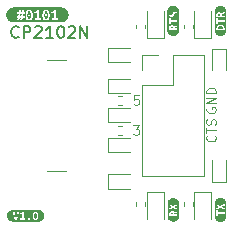
<source format=gbr>
%TF.GenerationSoftware,KiCad,Pcbnew,6.0.7+dfsg-1~bpo11+1*%
%TF.CreationDate,2022-10-03T02:59:32+00:00*%
%TF.ProjectId,0101-SERIAL-CP2102N,30313031-2d53-4455-9249-414c2d435032,V1.0*%
%TF.SameCoordinates,Original*%
%TF.FileFunction,Legend,Top*%
%TF.FilePolarity,Positive*%
%FSLAX46Y46*%
G04 Gerber Fmt 4.6, Leading zero omitted, Abs format (unit mm)*
G04 Created by KiCad (PCBNEW 6.0.7+dfsg-1~bpo11+1) date 2022-10-03 02:59:32*
%MOMM*%
%LPD*%
G01*
G04 APERTURE LIST*
%ADD10C,0.120000*%
%ADD11C,0.150000*%
G04 APERTURE END LIST*
D10*
X18335714Y8081905D02*
X18373809Y8043810D01*
X18411904Y7929524D01*
X18411904Y7853334D01*
X18373809Y7739048D01*
X18297619Y7662858D01*
X18221428Y7624762D01*
X18069047Y7586667D01*
X17954761Y7586667D01*
X17802380Y7624762D01*
X17726190Y7662858D01*
X17650000Y7739048D01*
X17611904Y7853334D01*
X17611904Y7929524D01*
X17650000Y8043810D01*
X17688095Y8081905D01*
X17611904Y8310477D02*
X17611904Y8767620D01*
X18411904Y8539048D02*
X17611904Y8539048D01*
X18373809Y8996191D02*
X18411904Y9110477D01*
X18411904Y9300953D01*
X18373809Y9377143D01*
X18335714Y9415239D01*
X18259523Y9453334D01*
X18183333Y9453334D01*
X18107142Y9415239D01*
X18069047Y9377143D01*
X18030952Y9300953D01*
X17992857Y9148572D01*
X17954761Y9072381D01*
X17916666Y9034286D01*
X17840476Y8996191D01*
X17764285Y8996191D01*
X17688095Y9034286D01*
X17650000Y9072381D01*
X17611904Y9148572D01*
X17611904Y9339048D01*
X17650000Y9453334D01*
D11*
X1707023Y16442858D02*
X1659404Y16395239D01*
X1516547Y16347620D01*
X1421309Y16347620D01*
X1278452Y16395239D01*
X1183214Y16490477D01*
X1135595Y16585715D01*
X1087976Y16776191D01*
X1087976Y16919048D01*
X1135595Y17109524D01*
X1183214Y17204762D01*
X1278452Y17300000D01*
X1421309Y17347620D01*
X1516547Y17347620D01*
X1659404Y17300000D01*
X1707023Y17252381D01*
X2135595Y16347620D02*
X2135595Y17347620D01*
X2516547Y17347620D01*
X2611785Y17300000D01*
X2659404Y17252381D01*
X2707023Y17157143D01*
X2707023Y17014286D01*
X2659404Y16919048D01*
X2611785Y16871429D01*
X2516547Y16823810D01*
X2135595Y16823810D01*
X3087976Y17252381D02*
X3135595Y17300000D01*
X3230833Y17347620D01*
X3468928Y17347620D01*
X3564166Y17300000D01*
X3611785Y17252381D01*
X3659404Y17157143D01*
X3659404Y17061905D01*
X3611785Y16919048D01*
X3040357Y16347620D01*
X3659404Y16347620D01*
X4611785Y16347620D02*
X4040357Y16347620D01*
X4326071Y16347620D02*
X4326071Y17347620D01*
X4230833Y17204762D01*
X4135595Y17109524D01*
X4040357Y17061905D01*
X5230833Y17347620D02*
X5326071Y17347620D01*
X5421309Y17300000D01*
X5468928Y17252381D01*
X5516547Y17157143D01*
X5564166Y16966667D01*
X5564166Y16728572D01*
X5516547Y16538096D01*
X5468928Y16442858D01*
X5421309Y16395239D01*
X5326071Y16347620D01*
X5230833Y16347620D01*
X5135595Y16395239D01*
X5087976Y16442858D01*
X5040357Y16538096D01*
X4992738Y16728572D01*
X4992738Y16966667D01*
X5040357Y17157143D01*
X5087976Y17252381D01*
X5135595Y17300000D01*
X5230833Y17347620D01*
X5945119Y17252381D02*
X5992738Y17300000D01*
X6087976Y17347620D01*
X6326071Y17347620D01*
X6421309Y17300000D01*
X6468928Y17252381D01*
X6516547Y17157143D01*
X6516547Y17061905D01*
X6468928Y16919048D01*
X5897500Y16347620D01*
X6516547Y16347620D01*
X6945119Y16347620D02*
X6945119Y17347620D01*
X7516547Y16347620D01*
X7516547Y17347620D01*
D10*
X11881523Y11498096D02*
X11500571Y11498096D01*
X11462476Y11117143D01*
X11500571Y11155239D01*
X11576761Y11193334D01*
X11767238Y11193334D01*
X11843428Y11155239D01*
X11881523Y11117143D01*
X11919619Y11040953D01*
X11919619Y10850477D01*
X11881523Y10774286D01*
X11843428Y10736191D01*
X11767238Y10698096D01*
X11576761Y10698096D01*
X11500571Y10736191D01*
X11462476Y10774286D01*
X17650000Y10450477D02*
X17611904Y10374286D01*
X17611904Y10260000D01*
X17650000Y10145715D01*
X17726190Y10069524D01*
X17802380Y10031429D01*
X17954761Y9993334D01*
X18069047Y9993334D01*
X18221428Y10031429D01*
X18297619Y10069524D01*
X18373809Y10145715D01*
X18411904Y10260000D01*
X18411904Y10336191D01*
X18373809Y10450477D01*
X18335714Y10488572D01*
X18069047Y10488572D01*
X18069047Y10336191D01*
X18411904Y10831429D02*
X17611904Y10831429D01*
X18411904Y11288572D01*
X17611904Y11288572D01*
X18411904Y11669524D02*
X17611904Y11669524D01*
X17611904Y11860000D01*
X17650000Y11974286D01*
X17726190Y12050477D01*
X17802380Y12088572D01*
X17954761Y12126667D01*
X18069047Y12126667D01*
X18221428Y12088572D01*
X18297619Y12050477D01*
X18373809Y11974286D01*
X18411904Y11860000D01*
X18411904Y11669524D01*
X11424380Y8958096D02*
X11919619Y8958096D01*
X11652952Y8653334D01*
X11767238Y8653334D01*
X11843428Y8615239D01*
X11881523Y8577143D01*
X11919619Y8500953D01*
X11919619Y8310477D01*
X11881523Y8234286D01*
X11843428Y8196191D01*
X11767238Y8158096D01*
X11538666Y8158096D01*
X11462476Y8196191D01*
X11424380Y8234286D01*
%TO.C,kibuzzard-63395349*%
G36*
X14753883Y1548302D02*
G01*
X14774302Y1507463D01*
X14781109Y1447178D01*
X14781109Y1417174D01*
X14574416Y1417174D01*
X14571638Y1439399D01*
X14571083Y1458291D01*
X14577472Y1507463D01*
X14596641Y1546079D01*
X14629423Y1571083D01*
X14676651Y1579417D01*
X14753883Y1548302D01*
G37*
G36*
X15284384Y1232690D02*
G01*
X15277375Y1185442D01*
X15265769Y1139108D01*
X15249678Y1094135D01*
X15229255Y1050956D01*
X15204699Y1009987D01*
X15176245Y971621D01*
X15144168Y936230D01*
X15108777Y904153D01*
X15070411Y875699D01*
X15029442Y851143D01*
X14986263Y830720D01*
X14941290Y814629D01*
X14894956Y803023D01*
X14847708Y796014D01*
X14800000Y793671D01*
X14752292Y796014D01*
X14705044Y803023D01*
X14658710Y814629D01*
X14613737Y830720D01*
X14570558Y851143D01*
X14529589Y875699D01*
X14491223Y904153D01*
X14455832Y936230D01*
X14423755Y971621D01*
X14395301Y1009987D01*
X14370745Y1050956D01*
X14350322Y1094135D01*
X14334231Y1139108D01*
X14322625Y1185442D01*
X14315616Y1232690D01*
X14313272Y1280398D01*
X14313272Y1458291D01*
X14452179Y1458291D01*
X14453290Y1419397D01*
X14456068Y1372724D01*
X14461624Y1324385D01*
X14469959Y1280491D01*
X15147821Y1280491D01*
X15147821Y1417174D01*
X14894456Y1417174D01*
X14894456Y1488294D01*
X14957381Y1525938D01*
X15019472Y1561081D01*
X15082396Y1592891D01*
X15147821Y1620533D01*
X15147821Y1763884D01*
X15075034Y1732214D01*
X14998358Y1693876D01*
X14925016Y1652759D01*
X14861119Y1612754D01*
X14829726Y1661372D01*
X14786665Y1693876D01*
X14734992Y1712211D01*
X14677762Y1718323D01*
X14623728Y1713739D01*
X14577194Y1699988D01*
X14506630Y1647203D01*
X14482460Y1609421D01*
X14465514Y1564971D01*
X14455512Y1514409D01*
X14452179Y1458291D01*
X14313272Y1458291D01*
X14313272Y1799444D01*
X14459958Y1799444D01*
X14784443Y1979467D01*
X14833199Y1952241D01*
X14883899Y1923904D01*
X14934878Y1895706D01*
X14984468Y1868898D01*
X15031696Y1843894D01*
X15075590Y1821114D01*
X15147821Y1788332D01*
X15147821Y1936128D01*
X15087675Y1961687D01*
X15020583Y1991691D01*
X14951269Y2023917D01*
X14884455Y2056143D01*
X14953353Y2088786D01*
X15022250Y2120040D01*
X15088092Y2148238D01*
X15147821Y2171713D01*
X15147821Y2319509D01*
X15075034Y2289506D01*
X15030584Y2269086D01*
X14982801Y2245611D01*
X14932655Y2219636D01*
X14881121Y2191716D01*
X14830004Y2162545D01*
X14781109Y2132819D01*
X14459958Y2308397D01*
X14459958Y2170602D01*
X14679985Y2056143D01*
X14459958Y1947241D01*
X14459958Y1799444D01*
X14313272Y1799444D01*
X14313272Y2319602D01*
X14313273Y2319602D01*
X14315616Y2367310D01*
X14322625Y2414558D01*
X14334231Y2460892D01*
X14350322Y2505865D01*
X14370745Y2549044D01*
X14395301Y2590013D01*
X14423755Y2628379D01*
X14455832Y2663770D01*
X14491223Y2695847D01*
X14529589Y2724301D01*
X14570558Y2748857D01*
X14613737Y2769280D01*
X14658710Y2785371D01*
X14705044Y2796977D01*
X14752292Y2803986D01*
X14800000Y2806329D01*
X14847708Y2803986D01*
X14894956Y2796977D01*
X14941290Y2785371D01*
X14986263Y2769280D01*
X15029442Y2748857D01*
X15070411Y2724301D01*
X15108777Y2695847D01*
X15144168Y2663770D01*
X15176245Y2628379D01*
X15204699Y2590013D01*
X15229255Y2549044D01*
X15249678Y2505865D01*
X15265769Y2460892D01*
X15277375Y2414558D01*
X15284384Y2367310D01*
X15286727Y2319602D01*
X15286728Y2319602D01*
X15286728Y1280398D01*
X15284384Y1232690D01*
G37*
%TO.C,D1*%
X18035000Y3285000D02*
X16565000Y3285000D01*
X16565000Y3285000D02*
X16565000Y1000000D01*
X18035000Y1000000D02*
X18035000Y3285000D01*
%TO.C,R15*%
X15670000Y17156359D02*
X15670000Y17463641D01*
X16430000Y17156359D02*
X16430000Y17463641D01*
%TO.C,D6*%
X11100000Y9200000D02*
X9250000Y9200000D01*
X11100000Y10400000D02*
X9250000Y10400000D01*
X9250000Y10400000D02*
X9250000Y9200000D01*
%TO.C,J1*%
X5700000Y5100000D02*
X4100000Y5100000D01*
X5700000Y14500000D02*
X4100000Y14500000D01*
%TO.C,R4*%
X10156359Y10670000D02*
X10463641Y10670000D01*
X10156359Y11430000D02*
X10463641Y11430000D01*
%TO.C,D8*%
X11100000Y4800000D02*
X9250000Y4800000D01*
X9250000Y4800000D02*
X9250000Y3600000D01*
X11100000Y3600000D02*
X9250000Y3600000D01*
%TO.C,D3*%
X12565000Y18600000D02*
X12565000Y16315000D01*
X12565000Y16315000D02*
X14035000Y16315000D01*
X14035000Y16315000D02*
X14035000Y18600000D01*
%TO.C,R5*%
X10156359Y8930000D02*
X10463641Y8930000D01*
X10156359Y8170000D02*
X10463641Y8170000D01*
%TO.C,kibuzzard-6339534D*%
G36*
X19280513Y1216958D02*
G01*
X19273561Y1170088D01*
X19262047Y1124124D01*
X19246084Y1079511D01*
X19225825Y1036677D01*
X19201465Y996034D01*
X19173239Y957976D01*
X19141418Y922867D01*
X19106309Y891046D01*
X19068250Y862820D01*
X19027608Y838460D01*
X18984774Y818201D01*
X18940161Y802238D01*
X18894197Y790724D01*
X18847326Y783772D01*
X18800000Y781447D01*
X18752674Y783772D01*
X18705803Y790724D01*
X18659839Y802238D01*
X18615226Y818201D01*
X18572392Y838460D01*
X18531750Y862820D01*
X18493691Y891046D01*
X18458582Y922867D01*
X18426761Y957976D01*
X18398535Y996034D01*
X18374175Y1036677D01*
X18353916Y1079511D01*
X18337953Y1124124D01*
X18326439Y1170088D01*
X18319487Y1216958D01*
X18317162Y1264285D01*
X18317162Y1264378D01*
X18456068Y1264378D01*
X18569416Y1264378D01*
X18569416Y1445511D01*
X19143932Y1445511D01*
X19143932Y1583306D01*
X18569416Y1583306D01*
X18569416Y1764440D01*
X18456068Y1764440D01*
X18456068Y1264378D01*
X18317162Y1264378D01*
X18317162Y1815558D01*
X18456068Y1815558D01*
X18780553Y1995580D01*
X18829309Y1968354D01*
X18880010Y1940018D01*
X18930989Y1911820D01*
X18980578Y1885011D01*
X19027806Y1860008D01*
X19071701Y1837227D01*
X19143932Y1804445D01*
X19143932Y1952241D01*
X19083785Y1977800D01*
X19016694Y2007804D01*
X18947380Y2040030D01*
X18880566Y2072256D01*
X18949463Y2104899D01*
X19018361Y2136153D01*
X19084202Y2164351D01*
X19143932Y2187826D01*
X19143932Y2335623D01*
X19071145Y2305619D01*
X19026695Y2285200D01*
X18978911Y2261724D01*
X18928766Y2235749D01*
X18877232Y2207829D01*
X18826114Y2178658D01*
X18777219Y2148933D01*
X18456068Y2324510D01*
X18456068Y2186715D01*
X18676096Y2072256D01*
X18456068Y1963354D01*
X18456068Y1815558D01*
X18317162Y1815558D01*
X18317162Y2335715D01*
X18319487Y2383042D01*
X18326439Y2429912D01*
X18337953Y2475876D01*
X18353916Y2520489D01*
X18374175Y2563323D01*
X18398535Y2603966D01*
X18426761Y2642024D01*
X18458582Y2677133D01*
X18493691Y2708954D01*
X18531750Y2737180D01*
X18572392Y2761540D01*
X18615226Y2781799D01*
X18659839Y2797762D01*
X18705803Y2809276D01*
X18752674Y2816228D01*
X18800000Y2818553D01*
X18847326Y2816228D01*
X18894197Y2809276D01*
X18940161Y2797762D01*
X18984774Y2781799D01*
X19027608Y2761540D01*
X19068250Y2737180D01*
X19106309Y2708954D01*
X19141418Y2677133D01*
X19173239Y2642024D01*
X19201465Y2603966D01*
X19225825Y2563323D01*
X19246084Y2520489D01*
X19262047Y2475876D01*
X19273561Y2429912D01*
X19280513Y2383042D01*
X19282838Y2335715D01*
X19282838Y1264285D01*
X19280513Y1216958D01*
G37*
%TO.C,J2*%
X17395000Y14930000D02*
X17395000Y4650000D01*
X12195000Y14930000D02*
X13525000Y14930000D01*
X12195000Y4650000D02*
X17395000Y4650000D01*
X12195000Y13600000D02*
X12195000Y14930000D01*
X12195000Y12330000D02*
X12195000Y4650000D01*
X14795000Y14930000D02*
X17395000Y14930000D01*
X12195000Y12330000D02*
X14795000Y12330000D01*
X14795000Y12330000D02*
X14795000Y14930000D01*
%TO.C,D4*%
X16565000Y18600000D02*
X16565000Y16315000D01*
X18035000Y16315000D02*
X18035000Y18600000D01*
X16565000Y16315000D02*
X18035000Y16315000D01*
%TO.C,R12*%
X16430000Y2443641D02*
X16430000Y2136359D01*
X15670000Y2443641D02*
X15670000Y2136359D01*
%TO.C,D5*%
X11100000Y12900000D02*
X9250000Y12900000D01*
X9250000Y12900000D02*
X9250000Y11700000D01*
X11100000Y11700000D02*
X9250000Y11700000D01*
%TO.C,kibuzzard-63353A37*%
G36*
X19288807Y16954442D02*
G01*
X19281735Y16906763D01*
X19270023Y16860006D01*
X19253784Y16814622D01*
X19233175Y16771048D01*
X19208395Y16729705D01*
X19179681Y16690989D01*
X19147311Y16655274D01*
X19111597Y16622904D01*
X19072881Y16594191D01*
X19031537Y16569410D01*
X18987964Y16548801D01*
X18942580Y16532563D01*
X18895823Y16520851D01*
X18848143Y16513778D01*
X18800000Y16511413D01*
X18751857Y16513778D01*
X18704177Y16520851D01*
X18657420Y16532563D01*
X18612036Y16548801D01*
X18568463Y16569410D01*
X18527119Y16594191D01*
X18488403Y16622904D01*
X18452689Y16655274D01*
X18420319Y16690989D01*
X18391605Y16729705D01*
X18366825Y16771048D01*
X18346216Y16814622D01*
X18329977Y16860006D01*
X18318265Y16906763D01*
X18311193Y16954442D01*
X18308827Y17002586D01*
X18308827Y17167143D01*
X18447734Y17167143D01*
X18451067Y17090467D01*
X18464402Y17002678D01*
X19135598Y17002678D01*
X19148377Y17077688D01*
X19152266Y17149363D01*
X19147405Y17216455D01*
X19132819Y17277713D01*
X19107677Y17332025D01*
X19071145Y17378281D01*
X19022667Y17415924D01*
X18961687Y17444400D01*
X18887372Y17462319D01*
X18798889Y17468292D01*
X18712350Y17462875D01*
X18639424Y17446623D01*
X18579139Y17420647D01*
X18530522Y17386059D01*
X18493434Y17342860D01*
X18467736Y17291048D01*
X18452734Y17232012D01*
X18447734Y17167143D01*
X18308827Y17167143D01*
X18308827Y17526077D01*
X18455512Y17526077D01*
X18568860Y17526077D01*
X18568860Y17707211D01*
X19143376Y17707211D01*
X19143376Y17845006D01*
X18568860Y17845006D01*
X18568860Y18026139D01*
X18455512Y18026139D01*
X18455512Y17526077D01*
X18308827Y17526077D01*
X18308827Y18291728D01*
X18447734Y18291728D01*
X18448845Y18252834D01*
X18451623Y18206162D01*
X18457179Y18157823D01*
X18465514Y18113928D01*
X19143376Y18113928D01*
X19143376Y18250612D01*
X18890011Y18250612D01*
X18890011Y18321732D01*
X18952936Y18359375D01*
X19015027Y18394519D01*
X19077951Y18426328D01*
X19143376Y18453971D01*
X19143376Y18597322D01*
X19070589Y18565651D01*
X18993913Y18527313D01*
X18920571Y18486197D01*
X18856674Y18446192D01*
X18825281Y18494809D01*
X18782220Y18527313D01*
X18730547Y18545649D01*
X18673317Y18551761D01*
X18619283Y18547177D01*
X18572749Y18533425D01*
X18502185Y18480641D01*
X18478015Y18442858D01*
X18461069Y18398408D01*
X18451067Y18347846D01*
X18447734Y18291728D01*
X18308827Y18291728D01*
X18308827Y18597414D01*
X18308828Y18597414D01*
X18311193Y18645558D01*
X18318265Y18693237D01*
X18329977Y18739994D01*
X18346216Y18785378D01*
X18366825Y18828952D01*
X18391605Y18870295D01*
X18420319Y18909011D01*
X18452689Y18944726D01*
X18488403Y18977096D01*
X18527119Y19005809D01*
X18568463Y19030590D01*
X18612036Y19051199D01*
X18657420Y19067437D01*
X18704177Y19079149D01*
X18751857Y19086222D01*
X18800000Y19088587D01*
X18848143Y19086222D01*
X18895823Y19079149D01*
X18942580Y19067437D01*
X18987964Y19051199D01*
X19031537Y19030590D01*
X19072881Y19005809D01*
X19111597Y18977096D01*
X19147311Y18944726D01*
X19179681Y18909011D01*
X19208395Y18870295D01*
X19233175Y18828952D01*
X19253784Y18785378D01*
X19270023Y18739994D01*
X19281735Y18693237D01*
X19288807Y18645558D01*
X19291172Y18597414D01*
X19291173Y18597414D01*
X19291173Y17002586D01*
X19288807Y16954442D01*
G37*
G36*
X18749438Y18381739D02*
G01*
X18769857Y18340901D01*
X18776664Y18280616D01*
X18776664Y18250612D01*
X18569971Y18250612D01*
X18567193Y18272837D01*
X18566638Y18291728D01*
X18573027Y18340901D01*
X18592196Y18379517D01*
X18624978Y18404520D01*
X18672206Y18412854D01*
X18749438Y18381739D01*
G37*
G36*
X18847923Y17327302D02*
G01*
X18892789Y17321051D01*
X18966688Y17293270D01*
X19015582Y17242153D01*
X19033362Y17163809D01*
X19033362Y17151586D01*
X19032251Y17139362D01*
X18569971Y17139362D01*
X18567193Y17159364D01*
X18566638Y17179367D01*
X18586084Y17253821D01*
X18637758Y17299382D01*
X18712211Y17322718D01*
X18798889Y17329386D01*
X18847923Y17327302D01*
G37*
%TO.C,D10*%
X19250000Y15450000D02*
X18050000Y15450000D01*
X18050000Y13600000D02*
X18050000Y15450000D01*
X19250000Y13600000D02*
X19250000Y15450000D01*
%TO.C,D2*%
X12565000Y3285000D02*
X12565000Y1000000D01*
X14035000Y3285000D02*
X12565000Y3285000D01*
X14035000Y1000000D02*
X14035000Y3285000D01*
%TO.C,R13*%
X12430000Y2443641D02*
X12430000Y2136359D01*
X11670000Y2443641D02*
X11670000Y2136359D01*
%TO.C,D11*%
X11100000Y6700000D02*
X9250000Y6700000D01*
X9250000Y7900000D02*
X9250000Y6700000D01*
X11100000Y7900000D02*
X9250000Y7900000D01*
%TO.C,D9*%
X11100000Y14300000D02*
X9250000Y14300000D01*
X11100000Y15500000D02*
X9250000Y15500000D01*
X9250000Y15500000D02*
X9250000Y14300000D01*
%TO.C,D7*%
X19250000Y6000000D02*
X19250000Y4150000D01*
X18050000Y4150000D02*
X19250000Y4150000D01*
X18050000Y6000000D02*
X18050000Y4150000D01*
%TO.C,R14*%
X11670000Y17156359D02*
X11670000Y17463641D01*
X12430000Y17156359D02*
X12430000Y17463641D01*
%TO.C,kibuzzard-63351A9D*%
G36*
X3145661Y1058859D02*
G01*
X3096488Y1074277D01*
X3060095Y1120533D01*
X3043426Y1168008D01*
X3033425Y1228201D01*
X3030091Y1301111D01*
X3030604Y1312224D01*
X3084543Y1312224D01*
X3101211Y1260551D01*
X3146773Y1238881D01*
X3190667Y1260551D01*
X3207891Y1312224D01*
X3190667Y1364452D01*
X3146773Y1386677D01*
X3101211Y1364452D01*
X3084543Y1312224D01*
X3030604Y1312224D01*
X3033425Y1373404D01*
X3043426Y1433227D01*
X3060095Y1480578D01*
X3096488Y1526834D01*
X3145661Y1542252D01*
X3195529Y1526834D01*
X3231783Y1480578D01*
X3248143Y1433227D01*
X3257959Y1373404D01*
X3261231Y1301111D01*
X3257959Y1228201D01*
X3248143Y1168008D01*
X3231783Y1120533D01*
X3195529Y1074277D01*
X3146773Y1059202D01*
X3145661Y1058859D01*
G37*
G36*
X1166531Y804557D02*
G01*
X1118204Y811726D01*
X1070812Y823597D01*
X1024812Y840056D01*
X980647Y860944D01*
X938742Y886061D01*
X899501Y915164D01*
X863301Y947974D01*
X830492Y984174D01*
X801389Y1023415D01*
X776272Y1065320D01*
X755383Y1109485D01*
X738924Y1155485D01*
X727053Y1202876D01*
X719885Y1251203D01*
X717487Y1300000D01*
X719885Y1348797D01*
X727053Y1397124D01*
X738924Y1444515D01*
X755383Y1490515D01*
X776272Y1534680D01*
X801389Y1576585D01*
X830492Y1615826D01*
X855461Y1643376D01*
X1215420Y1643376D01*
X1228199Y1581146D01*
X1246535Y1503359D01*
X1261228Y1445142D01*
X1277156Y1384578D01*
X1294319Y1321669D01*
X1312469Y1257526D01*
X1331360Y1193258D01*
X1350993Y1128867D01*
X1380163Y1037189D01*
X1407666Y955512D01*
X1548795Y955512D01*
X1570032Y1014717D01*
X1590776Y1075281D01*
X1611025Y1137202D01*
X1630472Y1199432D01*
X1648808Y1260921D01*
X1666032Y1321669D01*
X1689646Y1410153D01*
X1710482Y1494469D01*
X1711753Y1500025D01*
X1809939Y1500025D01*
X1854389Y1386677D01*
X1922175Y1413903D01*
X1993295Y1453352D01*
X1993295Y1068860D01*
X1848833Y1068860D01*
X1848833Y955512D01*
X2266663Y955512D01*
X2266663Y1043301D01*
X2491135Y1043301D01*
X2499469Y1000518D01*
X2521694Y969403D01*
X2553365Y949956D01*
X2591148Y943289D01*
X2660045Y968847D01*
X2690049Y1043301D01*
X2660045Y1115532D01*
X2591148Y1141091D01*
X2553365Y1134424D01*
X2521694Y1115532D01*
X2499469Y1084973D01*
X2491135Y1043301D01*
X2266663Y1043301D01*
X2266663Y1068860D01*
X2129979Y1068860D01*
X2129979Y1301111D01*
X2906743Y1301111D01*
X2910562Y1215823D01*
X2922022Y1142202D01*
X2941122Y1080250D01*
X2967861Y1029966D01*
X3014781Y980577D01*
X3074047Y950944D01*
X3145661Y941066D01*
X3217275Y950944D01*
X3276542Y980577D01*
X3323461Y1029966D01*
X3350201Y1080250D01*
X3369300Y1142202D01*
X3380760Y1215823D01*
X3384580Y1301111D01*
X3380760Y1385879D01*
X3369300Y1459048D01*
X3350201Y1520618D01*
X3323461Y1570589D01*
X3276542Y1619670D01*
X3217275Y1649118D01*
X3145661Y1658934D01*
X3075159Y1649056D01*
X3016262Y1619423D01*
X2968973Y1570034D01*
X2941747Y1519889D01*
X2922300Y1458353D01*
X2910632Y1385427D01*
X2906743Y1301111D01*
X2129979Y1301111D01*
X2129979Y1643376D01*
X2036634Y1643376D01*
X1988850Y1600037D01*
X1929954Y1560033D01*
X1867724Y1525584D01*
X1809939Y1500025D01*
X1711753Y1500025D01*
X1728401Y1572812D01*
X1743264Y1643376D01*
X1599913Y1643376D01*
X1589911Y1585591D01*
X1577688Y1518916D01*
X1563797Y1446824D01*
X1548795Y1372787D01*
X1532682Y1298333D01*
X1515458Y1224991D01*
X1497678Y1156232D01*
X1479898Y1095530D01*
X1461979Y1157065D01*
X1443782Y1226102D01*
X1426002Y1299444D01*
X1409333Y1373898D01*
X1393915Y1447796D01*
X1379885Y1519472D01*
X1368217Y1585730D01*
X1359883Y1643376D01*
X1215420Y1643376D01*
X855461Y1643376D01*
X863301Y1652026D01*
X899501Y1684836D01*
X938742Y1713939D01*
X980647Y1739056D01*
X1024812Y1759944D01*
X1070812Y1776403D01*
X1118204Y1788274D01*
X1166531Y1795443D01*
X1215327Y1797840D01*
X3384673Y1797840D01*
X3433469Y1795443D01*
X3481796Y1788274D01*
X3529188Y1776403D01*
X3575188Y1759944D01*
X3619353Y1739056D01*
X3661258Y1713939D01*
X3700499Y1684836D01*
X3736699Y1652026D01*
X3769508Y1615826D01*
X3798611Y1576585D01*
X3823728Y1534680D01*
X3844617Y1490515D01*
X3861076Y1444515D01*
X3872947Y1397124D01*
X3880115Y1348797D01*
X3882513Y1300000D01*
X3880115Y1251203D01*
X3872947Y1202876D01*
X3861076Y1155485D01*
X3844617Y1109485D01*
X3823728Y1065320D01*
X3798611Y1023415D01*
X3769508Y984174D01*
X3736699Y947974D01*
X3700499Y915164D01*
X3661258Y886061D01*
X3619353Y860944D01*
X3575188Y840056D01*
X3529188Y823597D01*
X3481796Y811726D01*
X3433469Y804557D01*
X3384673Y802160D01*
X1215327Y802160D01*
X1166531Y804557D01*
G37*
%TO.C,kibuzzard-63353A29*%
G36*
X15295443Y16969902D02*
G01*
X15288274Y16921575D01*
X15276403Y16874183D01*
X15259944Y16828184D01*
X15239056Y16784019D01*
X15213939Y16742114D01*
X15184836Y16702872D01*
X15152026Y16666673D01*
X15115826Y16633863D01*
X15076585Y16604760D01*
X15034680Y16579643D01*
X14990515Y16558754D01*
X14944515Y16542295D01*
X14897124Y16530425D01*
X14848797Y16523256D01*
X14800000Y16520859D01*
X14751203Y16523256D01*
X14702876Y16530425D01*
X14655485Y16542295D01*
X14609485Y16558754D01*
X14565320Y16579643D01*
X14523415Y16604760D01*
X14484174Y16633863D01*
X14447974Y16666673D01*
X14415164Y16702872D01*
X14386061Y16742114D01*
X14360944Y16784019D01*
X14340056Y16828184D01*
X14323597Y16874183D01*
X14311726Y16921575D01*
X14304557Y16969902D01*
X14302160Y17018699D01*
X14302160Y17196591D01*
X14448845Y17196591D01*
X14449956Y17157698D01*
X14452734Y17111025D01*
X14458291Y17062686D01*
X14466625Y17018791D01*
X15144488Y17018791D01*
X15144488Y17155475D01*
X14891123Y17155475D01*
X14891123Y17226595D01*
X14954047Y17264239D01*
X15016138Y17299382D01*
X15079063Y17331191D01*
X15144488Y17358834D01*
X15144488Y17502185D01*
X15071701Y17470514D01*
X14995024Y17432176D01*
X14921682Y17391060D01*
X14857785Y17351055D01*
X14826392Y17399672D01*
X14783331Y17432176D01*
X14731658Y17450512D01*
X14674429Y17456624D01*
X14620394Y17452040D01*
X14573861Y17438288D01*
X14503296Y17385504D01*
X14479127Y17347721D01*
X14462180Y17303271D01*
X14452179Y17252709D01*
X14448845Y17196591D01*
X14302160Y17196591D01*
X14302160Y17542190D01*
X14456624Y17542190D01*
X14569971Y17542190D01*
X14569971Y17723324D01*
X15144488Y17723324D01*
X15144488Y17861119D01*
X14569971Y17861119D01*
X14569971Y18042253D01*
X14456624Y18042253D01*
X14456624Y17542190D01*
X14302160Y17542190D01*
X14302160Y18360070D01*
X14441066Y18360070D01*
X14447116Y18291975D01*
X14465267Y18234375D01*
X14495518Y18187271D01*
X14560526Y18140181D01*
X14646648Y18124485D01*
X14728324Y18142265D01*
X14783331Y18187271D01*
X14820003Y18247834D01*
X14845561Y18312286D01*
X14865008Y18358959D01*
X14888344Y18401186D01*
X14917793Y18432301D01*
X14955575Y18444525D01*
X14988357Y18439524D01*
X15017249Y18421189D01*
X15037252Y18385073D01*
X15044475Y18327844D01*
X15040586Y18272420D01*
X15028918Y18226164D01*
X14995580Y18154489D01*
X15106705Y18114484D01*
X15140598Y18191160D01*
X15154350Y18250890D01*
X15158934Y18327844D01*
X15153069Y18405816D01*
X15135474Y18469343D01*
X15106149Y18518423D01*
X15042391Y18565512D01*
X14956686Y18581209D01*
X14904874Y18576486D01*
X14862786Y18562318D01*
X14800556Y18513978D01*
X14760551Y18449526D01*
X14733325Y18382295D01*
X14716656Y18339512D01*
X14696098Y18300618D01*
X14669428Y18272281D01*
X14634424Y18261169D01*
X14590591Y18273269D01*
X14564292Y18309570D01*
X14555525Y18370071D01*
X14566638Y18448414D01*
X14593308Y18510089D01*
X14487739Y18550094D01*
X14455512Y18470639D01*
X14444678Y18419383D01*
X14441066Y18360070D01*
X14302160Y18360070D01*
X14302160Y18581301D01*
X14304557Y18630098D01*
X14311726Y18678425D01*
X14323597Y18725817D01*
X14340056Y18771816D01*
X14360944Y18815982D01*
X14386061Y18857886D01*
X14415164Y18897128D01*
X14447974Y18933327D01*
X14484174Y18966137D01*
X14523415Y18995240D01*
X14565320Y19020357D01*
X14609485Y19041246D01*
X14655485Y19057705D01*
X14702876Y19069575D01*
X14751203Y19076744D01*
X14800000Y19079141D01*
X14848797Y19076744D01*
X14897124Y19069575D01*
X14944515Y19057705D01*
X14990515Y19041246D01*
X15034680Y19020357D01*
X15076585Y18995240D01*
X15115826Y18966137D01*
X15152026Y18933327D01*
X15184836Y18897128D01*
X15213939Y18857886D01*
X15239056Y18815982D01*
X15259944Y18771816D01*
X15276403Y18725817D01*
X15288274Y18678425D01*
X15295443Y18630098D01*
X15297840Y18581301D01*
X15297840Y17018699D01*
X15295443Y16969902D01*
G37*
G36*
X14750549Y17286603D02*
G01*
X14770969Y17245764D01*
X14777775Y17185479D01*
X14777775Y17155475D01*
X14571083Y17155475D01*
X14568304Y17177700D01*
X14567749Y17196591D01*
X14574138Y17245764D01*
X14593308Y17284380D01*
X14626089Y17309383D01*
X14673318Y17317718D01*
X14750549Y17286603D01*
G37*
%TO.C,kibuzzard-63351A8A*%
G36*
X1238003Y17663002D02*
G01*
X1175869Y17672219D01*
X1114937Y17687482D01*
X1055794Y17708643D01*
X999011Y17735500D01*
X945133Y17767793D01*
X894680Y17805211D01*
X848137Y17847395D01*
X805954Y17893938D01*
X768535Y17944391D01*
X736242Y17998268D01*
X709385Y18055052D01*
X702002Y18075686D01*
X1556211Y18075686D01*
X1641936Y18075686D01*
X1600502Y17857087D01*
X1746234Y17857087D01*
X1786239Y18075686D01*
X1900539Y18075686D01*
X1859106Y17857087D01*
X2004838Y17857087D01*
X2046272Y18075686D01*
X2220579Y18075686D01*
X2220579Y18221419D01*
X2073418Y18221419D01*
X2088693Y18301429D01*
X2294874Y18301429D01*
X2299786Y18191772D01*
X2314520Y18097117D01*
X2339076Y18017465D01*
X2373456Y17952814D01*
X2433781Y17889314D01*
X2509981Y17851214D01*
X2602056Y17838514D01*
X2694131Y17851214D01*
X2770331Y17889314D01*
X2830656Y17952814D01*
X2865035Y18017465D01*
X2889592Y18097117D01*
X2904326Y18191772D01*
X2909237Y18301429D01*
X2904326Y18410416D01*
X2889592Y18504490D01*
X2873248Y18557175D01*
X3027823Y18557175D01*
X3084973Y18411442D01*
X3172127Y18446447D01*
X3263567Y18497167D01*
X3263567Y18002820D01*
X3077829Y18002820D01*
X3077829Y17857087D01*
X3615039Y17857087D01*
X3615039Y18002820D01*
X3439303Y18002820D01*
X3439303Y18301429D01*
X3723624Y18301429D01*
X3728536Y18191772D01*
X3743270Y18097117D01*
X3767826Y18017465D01*
X3802206Y17952814D01*
X3862531Y17889314D01*
X3938731Y17851214D01*
X4030806Y17838514D01*
X4122881Y17851214D01*
X4199081Y17889314D01*
X4259406Y17952814D01*
X4293785Y18017465D01*
X4318342Y18097117D01*
X4333076Y18191772D01*
X4337987Y18301429D01*
X4333076Y18410416D01*
X4318342Y18504490D01*
X4301998Y18557175D01*
X4456573Y18557175D01*
X4513723Y18411442D01*
X4600877Y18446447D01*
X4692317Y18497167D01*
X4692317Y18002820D01*
X4506579Y18002820D01*
X4506579Y17857087D01*
X5043789Y17857087D01*
X5043789Y18002820D01*
X4868053Y18002820D01*
X4868053Y18741484D01*
X4748038Y18741484D01*
X4686602Y18685762D01*
X4610878Y18634328D01*
X4530868Y18590036D01*
X4456573Y18557175D01*
X4301998Y18557175D01*
X4293785Y18583652D01*
X4259406Y18647901D01*
X4199081Y18711004D01*
X4122881Y18748866D01*
X4030806Y18761486D01*
X3940159Y18748786D01*
X3864436Y18710686D01*
X3803634Y18647186D01*
X3768630Y18582714D01*
X3743627Y18503597D01*
X3728625Y18409835D01*
X3723624Y18301429D01*
X3439303Y18301429D01*
X3439303Y18741484D01*
X3319288Y18741484D01*
X3257852Y18685762D01*
X3182128Y18634328D01*
X3102118Y18590036D01*
X3027823Y18557175D01*
X2873248Y18557175D01*
X2865035Y18583652D01*
X2830656Y18647901D01*
X2770331Y18711004D01*
X2694131Y18748866D01*
X2602056Y18761486D01*
X2511409Y18748786D01*
X2435686Y18710686D01*
X2374884Y18647186D01*
X2339880Y18582714D01*
X2314877Y18503597D01*
X2299875Y18409835D01*
X2294874Y18301429D01*
X2088693Y18301429D01*
X2103422Y18378581D01*
X2220579Y18378581D01*
X2220579Y18524314D01*
X2131997Y18524314D01*
X2173431Y18741484D01*
X2027698Y18741484D01*
X1986264Y18524314D01*
X1871964Y18524314D01*
X1914827Y18741484D01*
X1769094Y18741484D01*
X1727661Y18524314D01*
X1556211Y18524314D01*
X1556211Y18378581D01*
X1699086Y18378581D01*
X1669082Y18221419D01*
X1556211Y18221419D01*
X1556211Y18075686D01*
X702002Y18075686D01*
X688224Y18114195D01*
X672961Y18175127D01*
X663744Y18237261D01*
X660662Y18300000D01*
X663744Y18362739D01*
X672961Y18424873D01*
X688224Y18485805D01*
X709385Y18544948D01*
X736242Y18601732D01*
X768535Y18655609D01*
X805954Y18706062D01*
X848137Y18752605D01*
X894680Y18794789D01*
X945133Y18832207D01*
X999011Y18864500D01*
X1055794Y18891357D01*
X1114937Y18912518D01*
X1175869Y18927781D01*
X1238003Y18936998D01*
X1300742Y18940080D01*
X5299258Y18940080D01*
X5361997Y18936998D01*
X5424131Y18927781D01*
X5485063Y18912518D01*
X5544206Y18891357D01*
X5600989Y18864500D01*
X5654867Y18832207D01*
X5705320Y18794789D01*
X5751863Y18752605D01*
X5794046Y18706062D01*
X5831465Y18655609D01*
X5863758Y18601732D01*
X5890615Y18544948D01*
X5911776Y18485805D01*
X5927039Y18424873D01*
X5936256Y18362739D01*
X5939338Y18300000D01*
X5936256Y18237261D01*
X5927039Y18175127D01*
X5911776Y18114195D01*
X5890615Y18055052D01*
X5863758Y17998268D01*
X5831465Y17944391D01*
X5794046Y17893938D01*
X5751863Y17847395D01*
X5705320Y17805211D01*
X5654867Y17767793D01*
X5600989Y17735500D01*
X5544206Y17708643D01*
X5485063Y17687482D01*
X5424131Y17672219D01*
X5361997Y17663002D01*
X5299258Y17659920D01*
X1300742Y17659920D01*
X1238003Y17663002D01*
G37*
G36*
X2602056Y17989961D02*
G01*
X2538833Y18009785D01*
X2492042Y18069257D01*
X2470611Y18130296D01*
X2457752Y18207687D01*
X2453466Y18301429D01*
X2454125Y18315716D01*
X2523474Y18315716D01*
X2544906Y18249279D01*
X2603484Y18221419D01*
X2659920Y18249279D01*
X2682066Y18315716D01*
X2659920Y18382867D01*
X2603484Y18411442D01*
X2544906Y18382867D01*
X2523474Y18315716D01*
X2454125Y18315716D01*
X2457752Y18394377D01*
X2470611Y18471291D01*
X2492042Y18532172D01*
X2538833Y18591644D01*
X2602056Y18611467D01*
X2666171Y18591644D01*
X2712784Y18532172D01*
X2733818Y18471291D01*
X2746439Y18394377D01*
X2750646Y18301429D01*
X2746439Y18207687D01*
X2733818Y18130296D01*
X2712784Y18069257D01*
X2666171Y18009785D01*
X2603484Y17990403D01*
X2602056Y17989961D01*
G37*
G36*
X1929114Y18221419D02*
G01*
X1814814Y18221419D01*
X1844818Y18378581D01*
X1957689Y18378581D01*
X1929114Y18221419D01*
G37*
G36*
X4030806Y17989961D02*
G01*
X3967583Y18009785D01*
X3920792Y18069257D01*
X3899361Y18130296D01*
X3886502Y18207687D01*
X3882216Y18301429D01*
X3882875Y18315716D01*
X3952224Y18315716D01*
X3973656Y18249279D01*
X4032234Y18221419D01*
X4088670Y18249279D01*
X4110816Y18315716D01*
X4088670Y18382867D01*
X4032234Y18411442D01*
X3973656Y18382867D01*
X3952224Y18315716D01*
X3882875Y18315716D01*
X3886502Y18394377D01*
X3899361Y18471291D01*
X3920792Y18532172D01*
X3967583Y18591644D01*
X4030806Y18611467D01*
X4094921Y18591644D01*
X4141534Y18532172D01*
X4162568Y18471291D01*
X4175189Y18394377D01*
X4179396Y18301429D01*
X4175189Y18207687D01*
X4162568Y18130296D01*
X4141534Y18069257D01*
X4094921Y18009785D01*
X4032234Y17990403D01*
X4030806Y17989961D01*
G37*
%TD*%
M02*

</source>
